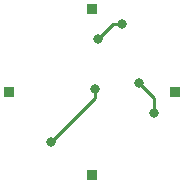
<source format=gbl>
%TF.GenerationSoftware,KiCad,Pcbnew,7.0.5-1.fc38*%
%TF.CreationDate,2023-07-07T14:23:31-04:00*%
%TF.ProjectId,bno085-i2c-board-v3-large,626e6f30-3835-42d6-9932-632d626f6172,rev?*%
%TF.SameCoordinates,Original*%
%TF.FileFunction,Copper,L2,Bot*%
%TF.FilePolarity,Positive*%
%FSLAX46Y46*%
G04 Gerber Fmt 4.6, Leading zero omitted, Abs format (unit mm)*
G04 Created by KiCad (PCBNEW 7.0.5-1.fc38) date 2023-07-07 14:23:31*
%MOMM*%
%LPD*%
G01*
G04 APERTURE LIST*
%TA.AperFunction,ComponentPad*%
%ADD10R,0.850000X0.850000*%
%TD*%
%TA.AperFunction,ViaPad*%
%ADD11C,0.800000*%
%TD*%
%TA.AperFunction,Conductor*%
%ADD12C,0.250000*%
%TD*%
G04 APERTURE END LIST*
D10*
%TO.P,J4,1,Pin_1*%
%TO.N,GND*%
X137000000Y-70000000D03*
%TD*%
%TO.P,J3,1,Pin_1*%
%TO.N,+3.3V*%
X123000000Y-70000000D03*
%TD*%
%TO.P,J2,1,Pin_1*%
%TO.N,Net-(J2-Pin_1)*%
X130000000Y-77000000D03*
%TD*%
%TO.P,J1,1,Pin_1*%
%TO.N,Net-(J1-Pin_1)*%
X130000000Y-63000000D03*
%TD*%
D11*
%TO.N,GND*%
X130250000Y-69750000D03*
X126500000Y-74250000D03*
%TO.N,Net-(J2-Pin_1)*%
X135250000Y-71750000D03*
X134000000Y-69250000D03*
%TO.N,+3.3V*%
X130500000Y-65500000D03*
X132500000Y-64250000D03*
%TD*%
D12*
%TO.N,GND*%
X130250000Y-70500000D02*
X130250000Y-69750000D01*
X126500000Y-74250000D02*
X130250000Y-70500000D01*
%TO.N,Net-(J2-Pin_1)*%
X135250000Y-70500000D02*
X135250000Y-71750000D01*
X134000000Y-69250000D02*
X135250000Y-70500000D01*
%TO.N,+3.3V*%
X132500000Y-64250000D02*
X131750000Y-64250000D01*
X131750000Y-64250000D02*
X130500000Y-65500000D01*
%TD*%
M02*

</source>
